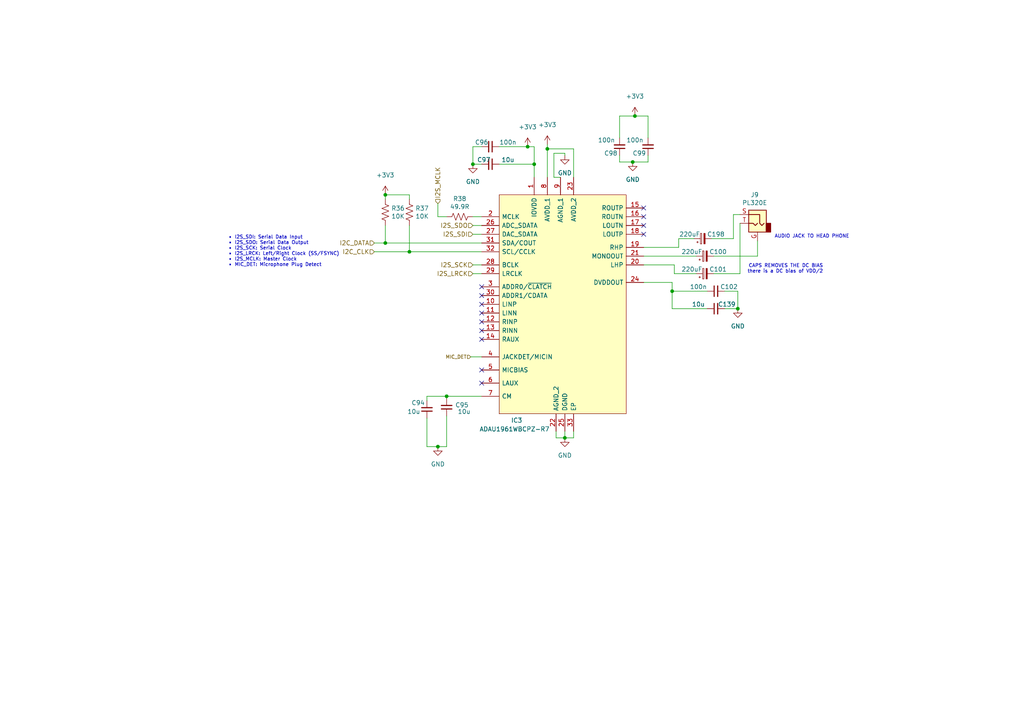
<source format=kicad_sch>
(kicad_sch (version 20211123) (generator eeschema)
  (paper "A4")
  (lib_symbols
    (symbol "Connector:AudioJack2_Ground"
      (property "Reference" "J" (at 0 8.89 0))
      (property "Value" "AudioJack2_Ground" (at 0 6.35 0))
      (symbol "AudioJack2_Ground_0_1"
        (rectangle (start -2.54 -2.54) (end -3.81 0) (stroke (width 0.254)) (fill (type outline)))
        (polyline (pts (xy 0 0) (xy 0.635 -0.635) (xy 1.27 0) (xy 2.54 0)) (stroke (width 0.254)))
        (polyline (pts (xy 2.54 2.54) (xy -0.635 2.54) (xy -0.635 0) (xy -1.27 -0.635) (xy -1.905 0)) (stroke (width 0.254)))
        (rectangle (start 2.54 3.81) (end -2.54 -2.54) (stroke (width 0.254)) (fill (type background)))
      )
      (symbol "AudioJack2_Ground_1_1"
        (pin passive line (at 0 -5.08 90) (length 2.54) (name "~") (number "G"))
        (pin passive line (at 5.08 2.54 180) (length 2.54) (name "~") (number "S"))
        (pin passive line (at 5.08 0 180) (length 2.54) (name "~") (number "T"))
      )
    )
    (symbol "Device:C_Small" (pin_numbers hide) (pin_names (offset 0.254) hide)
      (property "Reference" "C" (at 0.254 1.778 0))
      (property "Value" "C_Small" (at 0.254 -2.032 0))
      (symbol "C_Small_0_1"
        (polyline (pts (xy -1.524 -0.508) (xy 1.524 -0.508)) (stroke (width 0.3302)))
        (polyline (pts (xy -1.524 0.508) (xy 1.524 0.508)) (stroke (width 0.3048)))
      )
      (symbol "C_Small_1_1"
        (pin passive line (at 0 2.54 270) (length 2.032) (name "~") (number "1"))
        (pin passive line (at 0 -2.54 90) (length 2.032) (name "~") (number "2"))
      )
    )
    (symbol "Device:R_US" (pin_numbers hide) (pin_names (offset 0))
      (property "Reference" "R" (at 2.54 0 90))
      (property "Value" "R_US" (at -2.54 0 90))
      (symbol "R_US_0_1"
        (polyline (pts (xy 0 -2.286) (xy 0 -2.54)))
        (polyline (pts (xy 0 2.286) (xy 0 2.54)))
        (polyline (pts (xy 0 -0.762) (xy 1.016 -1.143) (xy 0 -1.524) (xy -1.016 -1.905) (xy 0 -2.286)))
        (polyline (pts (xy 0 0.762) (xy 1.016 0.381) (xy 0 0) (xy -1.016 -0.381) (xy 0 -0.762)))
        (polyline (pts (xy 0 2.286) (xy 1.016 1.905) (xy 0 1.524) (xy -1.016 1.143) (xy 0 0.762)))
      )
      (symbol "R_US_1_1"
        (pin passive line (at 0 3.81 270) (length 1.27) (name "~") (number "1"))
        (pin passive line (at 0 -3.81 90) (length 1.27) (name "~") (number "2"))
      )
    )
    (symbol "SamacSys_Parts:ADAU1961WBCPZ-R7" (pin_names (offset 0.762))
      (property "Reference" "IC" (at -16.51 7.62 0))
      (property "Value" "ADAU1961WBCPZ-R7" (at -16.51 5.08 0))
      (symbol "ADAU1961WBCPZ-R7_0_0"
        (pin power_in line (at 10.16 5.08 270) (length 5.08) (name "IOVDD") (number "1"))
        (pin passive line (at -5.08 -31.75 0) (length 5.08) (name "LINP") (number "10"))
        (pin passive line (at -5.08 -34.29 0) (length 5.08) (name "LINN") (number "11"))
        (pin passive line (at -5.08 -36.83 0) (length 5.08) (name "RINP") (number "12"))
        (pin passive line (at -5.08 -39.37 0) (length 5.08) (name "RINN") (number "13"))
        (pin passive line (at -5.08 -41.91 0) (length 5.08) (name "RAUX") (number "14"))
        (pin passive line (at 41.91 -3.81 180) (length 5.08) (name "ROUTP") (number "15"))
        (pin passive line (at 41.91 -6.35 180) (length 5.08) (name "ROUTN") (number "16"))
        (pin passive line (at 41.91 -8.89 180) (length 5.08) (name "LOUTN") (number "17"))
        (pin passive line (at 41.91 -11.43 180) (length 5.08) (name "LOUTP") (number "18"))
        (pin passive line (at 41.91 -15.24 180) (length 5.08) (name "RHP") (number "19"))
        (pin passive line (at -5.08 -6.35 0) (length 5.08) (name "MCLK") (number "2"))
        (pin passive line (at 41.91 -20.32 180) (length 5.08) (name "LHP") (number "20"))
        (pin passive line (at 41.91 -17.78 180) (length 5.08) (name "MONOOUT") (number "21"))
        (pin passive line (at 16.51 -68.58 90) (length 5.08) (name "AGND_2") (number "22"))
        (pin passive line (at 21.59 5.08 270) (length 5.08) (name "AVDD_2") (number "23"))
        (pin passive line (at 41.91 -25.4 180) (length 5.08) (name "DVDDOUT") (number "24"))
        (pin passive line (at 19.05 -68.58 90) (length 5.08) (name "DGND") (number "25"))
        (pin passive line (at -5.08 -8.89 0) (length 5.08) (name "ADC_SDATA") (number "26"))
        (pin passive line (at -5.08 -11.43 0) (length 5.08) (name "DAC_SDATA") (number "27"))
        (pin passive line (at -5.08 -20.32 0) (length 5.08) (name "BCLK") (number "28"))
        (pin passive line (at -5.08 -22.86 0) (length 5.08) (name "LRCLK") (number "29"))
        (pin passive line (at -5.08 -26.67 0) (length 5.08) (name "ADDR0/~{CLATCH}") (number "3"))
        (pin passive line (at -5.08 -29.21 0) (length 5.08) (name "ADDR1/CDATA") (number "30"))
        (pin passive line (at -5.08 -13.97 0) (length 5.08) (name "SDA/COUT") (number "31"))
        (pin passive line (at -5.08 -16.51 0) (length 5.08) (name "SCL/CCLK") (number "32"))
        (pin passive line (at 21.59 -68.58 90) (length 5.08) (name "EP") (number "33"))
        (pin passive line (at -5.08 -46.99 0) (length 5.08) (name "JACKDET/MICIN") (number "4"))
        (pin passive line (at -5.08 -50.8 0) (length 5.08) (name "MICBIAS") (number "5"))
        (pin passive line (at -5.08 -54.61 0) (length 5.08) (name "LAUX") (number "6"))
        (pin passive line (at -5.08 -58.42 0) (length 5.08) (name "CM") (number "7"))
        (pin power_in line (at 13.97 5.08 270) (length 5.08) (name "AVDD_1") (number "8"))
        (pin power_in line (at 17.78 5.08 270) (length 5.08) (name "AGND_1") (number "9"))
      )
      (symbol "ADAU1961WBCPZ-R7_0_1"
        (rectangle (start 0 0) (end 36.83 -63.5) (fill (type background)))
      )
    )
    (symbol "USB_C_HUB-rescue:CP_Small-Device" (pin_numbers hide) (pin_names (offset 0.254) hide)
      (property "Reference" "C" (at 0.254 1.778 0))
      (property "Value" "CP_Small-Device" (at 0.254 -2.032 0))
      (symbol "CP_Small-Device_0_1"
        (rectangle (start -1.524 -0.3048) (end 1.524 -0.6858) (fill (type outline)))
        (rectangle (start -1.524 0.6858) (end 1.524 0.3048))
        (polyline (pts (xy -1.27 1.524) (xy -0.762 1.524)))
        (polyline (pts (xy -1.016 1.27) (xy -1.016 1.778)))
      )
      (symbol "CP_Small-Device_1_1"
        (pin passive line (at 0 2.54 270) (length 1.8542) (name "~") (number "1"))
        (pin passive line (at 0 -2.54 90) (length 1.8542) (name "~") (number "2"))
      )
    )
    (symbol "power:+3V3" (power) (pin_names (offset 0))
      (property "Value" "+3V3" (at 0 3.556 0))
      (symbol "+3V3_0_1"
        (polyline (pts (xy -0.762 1.27) (xy 0 2.54)))
        (polyline (pts (xy 0 0) (xy 0 2.54)))
        (polyline (pts (xy 0 2.54) (xy 0.762 1.27)))
      )
      (symbol "+3V3_1_1"
        (pin power_in line (at 0 0 90) (length 0) hide (name "+3V3") (number "1"))
      )
    )
    (symbol "power:GND" (power) (pin_names (offset 0))
      (property "Value" "GND" (at 0 -3.81 0))
      (symbol "GND_0_1"
        (polyline (pts (xy 0 0) (xy 0 -1.27) (xy 1.27 -1.27) (xy 0 -2.54) (xy -1.27 -1.27) (xy 0 -1.27)))
      )
      (symbol "GND_1_1"
        (pin power_in line (at 0 0 270) (length 0) hide (name "GND") (number "1"))
      )
    )
  )
  (junction (at 194.945 84.455))
  (junction (at 158.75 43.18))
  (junction (at 118.745 73.025))
  (junction (at 111.76 56.515))
  (junction (at 111.76 70.485))
  (junction (at 163.83 127))
  (junction (at 137.16 47.625))
  (junction (at 153.035 42.545))
  (junction (at 183.515 46.99))
  (junction (at 213.995 89.535))
  (junction (at 127 129.54))
  (junction (at 129.54 114.935))
  (junction (at 154.94 47.625))
  (junction (at 184.15 33.655))
  (no_connect (at 186.69 65.405))
  (no_connect (at 139.7 90.805))
  (no_connect (at 139.7 88.265))
  (no_connect (at 139.7 95.885))
  (no_connect (at 139.7 93.345))
  (no_connect (at 186.69 62.865))
  (no_connect (at 186.69 67.945))
  (no_connect (at 139.7 98.425))
  (no_connect (at 139.7 83.185))
  (no_connect (at 139.7 85.725))
  (no_connect (at 186.69 60.325))
  (no_connect (at 139.7 111.125))
  (no_connect (at 139.7 107.315))
  (wire (pts (xy 163.83 127) (xy 166.37 127)))
  (wire (pts (xy 207.01 74.295) (xy 219.71 74.295)))
  (wire (pts (xy 111.76 70.485) (xy 139.7 70.485)))
  (wire (pts (xy 137.16 42.545) (xy 137.16 47.625)))
  (wire (pts (xy 127 62.865) (xy 129.54 62.865)))
  (wire (pts (xy 179.705 33.655) (xy 179.705 40.005)))
  (wire (pts (xy 195.58 79.375) (xy 201.93 79.375)))
  (wire (pts (xy 111.76 65.405) (xy 111.76 70.485)))
  (wire (pts (xy 205.105 84.455) (xy 194.945 84.455)))
  (wire (pts (xy 207.01 79.375) (xy 214.63 79.375)))
  (wire (pts (xy 183.515 46.99) (xy 187.96 46.99)))
  (wire (pts (xy 160.655 44.45) (xy 163.83 44.45)))
  (wire (pts (xy 137.16 42.545) (xy 139.7 42.545)))
  (wire (pts (xy 160.655 51.435) (xy 162.56 51.435)))
  (wire (pts (xy 210.185 84.455) (xy 213.995 84.455)))
  (wire (pts (xy 166.37 127) (xy 166.37 125.095)))
  (wire (pts (xy 206.375 69.215) (xy 212.725 69.215)))
  (wire (pts (xy 137.16 47.625) (xy 139.7 47.625)))
  (wire (pts (xy 186.69 81.915) (xy 194.945 81.915)))
  (wire (pts (xy 111.76 57.785) (xy 111.76 56.515)))
  (wire (pts (xy 196.85 71.755) (xy 196.85 69.215)))
  (wire (pts (xy 118.745 57.785) (xy 118.745 56.515)))
  (wire (pts (xy 210.185 89.535) (xy 213.995 89.535)))
  (wire (pts (xy 158.75 41.91) (xy 158.75 43.18)))
  (wire (pts (xy 166.37 43.18) (xy 166.37 51.435)))
  (wire (pts (xy 205.105 89.535) (xy 194.945 89.535)))
  (wire (pts (xy 139.7 67.945) (xy 137.16 67.945)))
  (wire (pts (xy 108.585 70.485) (xy 111.76 70.485)))
  (wire (pts (xy 129.54 129.54) (xy 129.54 120.65)))
  (wire (pts (xy 123.825 121.285) (xy 123.825 129.54)))
  (wire (pts (xy 123.825 114.935) (xy 123.825 116.205)))
  (wire (pts (xy 179.705 46.99) (xy 183.515 46.99)))
  (wire (pts (xy 139.7 62.865) (xy 137.16 62.865)))
  (wire (pts (xy 161.29 127) (xy 163.83 127)))
  (wire (pts (xy 158.75 43.18) (xy 166.37 43.18)))
  (wire (pts (xy 163.83 44.45) (xy 163.83 45.085)))
  (wire (pts (xy 212.725 62.23) (xy 214.63 62.23)))
  (wire (pts (xy 213.995 84.455) (xy 213.995 89.535)))
  (wire (pts (xy 118.745 65.405) (xy 118.745 73.025)))
  (wire (pts (xy 153.035 42.545) (xy 154.94 42.545)))
  (wire (pts (xy 111.76 56.515) (xy 118.745 56.515)))
  (wire (pts (xy 186.69 71.755) (xy 196.85 71.755)))
  (wire (pts (xy 187.96 33.655) (xy 187.96 40.005)))
  (wire (pts (xy 118.745 73.025) (xy 108.585 73.025)))
  (wire (pts (xy 144.78 47.625) (xy 154.94 47.625)))
  (wire (pts (xy 184.15 33.655) (xy 187.96 33.655)))
  (wire (pts (xy 129.54 115.57) (xy 129.54 114.935)))
  (wire (pts (xy 179.705 33.655) (xy 184.15 33.655)))
  (wire (pts (xy 194.945 81.915) (xy 194.945 84.455)))
  (wire (pts (xy 194.945 84.455) (xy 194.945 89.535)))
  (wire (pts (xy 187.96 46.99) (xy 187.96 45.085)))
  (wire (pts (xy 186.69 74.295) (xy 201.93 74.295)))
  (wire (pts (xy 196.85 69.215) (xy 201.295 69.215)))
  (wire (pts (xy 214.63 79.375) (xy 214.63 64.77)))
  (wire (pts (xy 139.7 76.835) (xy 137.16 76.835)))
  (wire (pts (xy 212.725 69.215) (xy 212.725 62.23)))
  (wire (pts (xy 123.825 129.54) (xy 127 129.54)))
  (wire (pts (xy 127 59.055) (xy 127 62.865)))
  (wire (pts (xy 163.83 127) (xy 163.83 125.095)))
  (wire (pts (xy 160.655 51.435) (xy 160.655 44.45)))
  (wire (pts (xy 186.69 76.835) (xy 195.58 76.835)))
  (wire (pts (xy 139.7 114.935) (xy 129.54 114.935)))
  (wire (pts (xy 154.94 42.545) (xy 154.94 47.625)))
  (wire (pts (xy 139.7 73.025) (xy 118.745 73.025)))
  (wire (pts (xy 129.54 114.935) (xy 123.825 114.935)))
  (wire (pts (xy 158.75 43.18) (xy 158.75 51.435)))
  (wire (pts (xy 139.7 103.505) (xy 136.525 103.505)))
  (wire (pts (xy 144.78 42.545) (xy 153.035 42.545)))
  (wire (pts (xy 139.7 65.405) (xy 137.16 65.405)))
  (wire (pts (xy 154.94 47.625) (xy 154.94 51.435)))
  (wire (pts (xy 195.58 76.835) (xy 195.58 79.375)))
  (wire (pts (xy 161.29 125.095) (xy 161.29 127)))
  (wire (pts (xy 219.71 74.295) (xy 219.71 69.85)))
  (wire (pts (xy 127 129.54) (xy 129.54 129.54)))
  (wire (pts (xy 139.7 79.375) (xy 137.16 79.375)))
  (wire (pts (xy 179.705 45.085) (xy 179.705 46.99)))
  (text "AUDIO JACK TO HEAD PHONE\n" (at 246.38 69.215 180) (effects (font (size 0.9906 0.9906)) (justify right bottom)))
  (text "• I2S_SDI: Serial Data Input\n• I2S_SDO: Serial Data Output\n• I2S_SCK: Serial Clock\n• I2S_LRCK: Left/Right Clock (SS/FSYNC)\n• I2S_MCLK: Master Clock\n• MIC_DET: Microphone Plug Detect" (at 66.04 77.47 0) (effects (font (size 0.9906 0.9906)) (justify left bottom)))
  (text "CAPS REMOVES THE DC BIAS\nthere is a DC bias of VDD/2" (at 238.76 79.375 0) (effects (font (size 0.9906 0.9906)) (justify right bottom)))
  (hierarchical_label "I2S_SCK" (shape input) (at 137.16 76.835 180))
  (hierarchical_label "I2C_DATA" (shape input) (at 108.585 70.485 180))
  (hierarchical_label "I2S_LRCK" (shape input) (at 137.16 79.375 180))
  (hierarchical_label "I2S_MCLK" (shape input) (at 127 59.055 90))
  (hierarchical_label "I2S_SDI" (shape input) (at 137.16 67.945 180))
  (hierarchical_label "I2S_SDO" (shape input) (at 137.16 65.405 180))
  (hierarchical_label "I2C_CLK" (shape input) (at 108.585 73.025 180))
  (hierarchical_label "MIC_DET" (shape input) (at 136.525 103.505 180) (effects (font (size 0.9906 0.9906))))
  (symbol (lib_id "SamacSys_Parts:ADAU1961WBCPZ-R7") (at 144.78 56.515 0) (unit 1)
    (property "Reference" "IC3" (at 149.86 121.92 0))
    (property "Value" "ADAU1961WBCPZ-R7" (at 149.225 124.46 0))
    (property "Footprint" "Package_CSP:LFCSP-32-1EP_5x5mm_P0.5mm_EP3.6x3.6mm" (effects hide))
    (property "Datasheet" "https://componentsearchengine.com/Datasheets/1/ADAU1961WBCPZ-R7.pdf" (effects hide))
    (property "Description" "General Purpose Audio Codec 2ADC / 2DAC Ch Automotive 32-Pin LFCSP EP T/R" (effects hide))
    (property "Height" "1" (effects hide))
    (property "Mouser Part Number" "584-ADAU1961WBCPZ-R7" (effects hide))
    (property "Mouser Price/Stock" "https://www.mouser.com/Search/Refine.aspx?Keyword=584-ADAU1961WBCPZ-R7" (effects hide))
    (property "Manufacturer_Name" "Analog Devices" (effects hide))
    (property "Manufacturer_Part_Number" "ADAU1961WBCPZ-R7" (effects hide))
  )
  (symbol (lib_id "Device:C_Small") (at 142.24 42.545 270) (unit 1)
    (property "Reference" "C96" (at 139.7 41.275 90))
    (property "Value" "100n" (at 147.32 41.275 90))
    (property "Footprint" "Capacitor_SMD:C_0402_1005Metric" (effects hide))
  )
  (symbol (lib_id "Device:C_Small") (at 142.24 47.625 270) (unit 1)
    (property "Reference" "C97" (at 140.335 46.355 90))
    (property "Value" "10u" (at 147.32 46.355 90))
    (property "Footprint" "Capacitor_SMD:C_0402_1005Metric" (effects hide))
  )
  (symbol (lib_id "Device:C_Small") (at 179.705 42.545 180) (unit 1)
    (property "Reference" "C98" (at 177.165 44.45 0))
    (property "Value" "100n" (at 175.895 40.64 0))
    (property "Footprint" "Capacitor_SMD:C_0402_1005Metric" (effects hide))
  )
  (symbol (lib_id "Device:C_Small") (at 187.96 42.545 180) (unit 1)
    (property "Reference" "C99" (at 185.42 44.45 0))
    (property "Value" "100n" (at 184.15 40.64 0))
    (property "Footprint" "Capacitor_SMD:C_0402_1005Metric" (effects hide))
  )
  (symbol (lib_id "Device:R_US") (at 111.76 61.595 0) (unit 1)
    (property "Reference" "R36" (at 113.4872 60.4266 0) (effects (justify left)))
    (property "Value" "10K" (at 113.4872 62.738 0) (effects (justify left)))
    (property "Footprint" "Resistor_SMD:R_0402_1005Metric" (effects hide))
  )
  (symbol (lib_id "Device:R_US") (at 118.745 61.595 0) (unit 1)
    (property "Reference" "R37" (at 120.4722 60.4266 0) (effects (justify left)))
    (property "Value" "10K" (at 120.4722 62.738 0) (effects (justify left)))
    (property "Footprint" "Resistor_SMD:R_0402_1005Metric" (effects hide))
  )
  (symbol (lib_id "Device:R_US") (at 133.35 62.865 90) (unit 1)
    (property "Reference" "R38" (at 133.35 57.658 90))
    (property "Value" "49.9R" (at 133.35 59.9694 90))
    (property "Footprint" "Resistor_SMD:R_0402_1005Metric" (effects hide))
  )
  (symbol (lib_id "Connector:AudioJack2_Ground") (at 219.71 64.77 0) (mirror y) (unit 1)
    (property "Reference" "J9" (at 218.8972 56.515 0))
    (property "Value" "PL320E" (at 218.8972 58.8264 0))
    (property "Footprint" "Connector_Audio:Jack_3.5mm_PJ320E_Horizontal" (effects hide))
  )
  (symbol (lib_id "USB_C_HUB-rescue:CP_Small-Device") (at 203.835 69.215 90) (unit 1)
    (property "Reference" "C198" (at 207.645 67.945 90))
    (property "Value" "220uF" (at 200.025 67.945 90))
    (property "Footprint" "Capacitor_Tantalum_SMD:CP_EIA-3528-21_Kemet-B" (effects hide))
    (property "Mfr No." "TLJB227M006R0500" (effects hide))
  )
  (symbol (lib_id "Device:C_Small") (at 207.645 84.455 90) (mirror x) (unit 1)
    (property "Reference" "C102" (at 211.455 83.185 90))
    (property "Value" "100n" (at 202.565 83.185 90))
    (property "Footprint" "Capacitor_SMD:C_0402_1005Metric" (effects hide))
  )
  (symbol (lib_id "Device:C_Small") (at 207.645 89.535 90) (mirror x) (unit 1)
    (property "Reference" "C139" (at 210.82 88.265 90))
    (property "Value" "10u" (at 202.565 88.265 90))
    (property "Footprint" "Capacitor_SMD:C_0402_1005Metric" (effects hide))
  )
  (symbol (lib_id "Device:C_Small") (at 123.825 118.745 0) (mirror x) (unit 1)
    (property "Reference" "C94" (at 121.285 116.84 0))
    (property "Value" "10u" (at 120.015 119.38 0))
    (property "Footprint" "Capacitor_SMD:C_0603_1608Metric" (effects hide))
  )
  (symbol (lib_id "Device:C_Small") (at 129.54 118.11 0) (mirror x) (unit 1)
    (property "Reference" "C95" (at 133.985 117.475 0))
    (property "Value" "10u" (at 134.62 119.38 0))
    (property "Footprint" "Capacitor_SMD:C_0603_1608Metric" (effects hide))
  )
  (symbol (lib_id "power:GND") (at 163.83 127 0) (unit 1)
    (property "Reference" "#PWR0125" (effects hide))
    (property "Value" "GND" (at 163.83 132.08 0))
  )
  (symbol (lib_id "power:+3V3") (at 158.75 41.91 0) (unit 1)
    (property "Reference" "#PWR0128" (effects hide))
    (property "Value" "+3V3" (at 158.75 36.195 0))
  )
  (symbol (lib_id "power:+3V3") (at 184.15 33.655 0) (unit 1)
    (property "Reference" "#PWR0129" (effects hide))
    (property "Value" "+3V3" (at 184.15 27.94 0))
  )
  (symbol (lib_id "power:GND") (at 163.83 45.085 0) (unit 1)
    (property "Reference" "#PWR0124" (effects hide))
    (property "Value" "GND" (at 163.83 50.165 0))
  )
  (symbol (lib_id "power:GND") (at 183.515 46.99 0) (unit 1)
    (property "Reference" "#PWR0126" (effects hide))
    (property "Value" "GND" (at 183.515 52.07 0))
  )
  (symbol (lib_id "power:GND") (at 213.995 89.535 0) (unit 1)
    (property "Reference" "#PWR0127" (effects hide))
    (property "Value" "GND" (at 213.995 94.615 0))
  )
  (symbol (lib_id "USB_C_HUB-rescue:CP_Small-Device") (at 204.47 74.295 90) (unit 1)
    (property "Reference" "C100" (at 208.28 73.025 90))
    (property "Value" "220uF" (at 200.66 73.025 90))
    (property "Footprint" "Capacitor_Tantalum_SMD:CP_EIA-3528-21_Kemet-B" (effects hide))
    (property "Mfr No." "TLJB227M006R0500" (effects hide))
  )
  (symbol (lib_id "power:+3V3") (at 153.035 42.545 0) (unit 1)
    (property "Reference" "#PWR0130" (effects hide))
    (property "Value" "+3V3" (at 153.035 36.83 0))
  )
  (symbol (lib_id "power:GND") (at 127 129.54 0) (unit 1)
    (property "Reference" "#PWR0122" (effects hide))
    (property "Value" "GND" (at 127 134.62 0))
  )
  (symbol (lib_id "power:GND") (at 137.16 47.625 0) (unit 1)
    (property "Reference" "#PWR0123" (effects hide))
    (property "Value" "GND" (at 137.16 52.705 0))
  )
  (symbol (lib_id "power:+3V3") (at 111.76 56.515 0) (unit 1)
    (property "Reference" "#PWR0121" (effects hide))
    (property "Value" "+3V3" (at 111.76 50.8 0))
  )
  (symbol (lib_id "USB_C_HUB-rescue:CP_Small-Device") (at 204.47 79.375 90) (unit 1)
    (property "Reference" "C101" (at 208.28 78.105 90))
    (property "Value" "220uF" (at 200.66 78.105 90))
    (property "Footprint" "Capacitor_Tantalum_SMD:CP_EIA-3528-21_Kemet-B" (effects hide))
    (property "Mfr No." "TLJB227M006R0500" (effects hide))
  )
)
</source>
